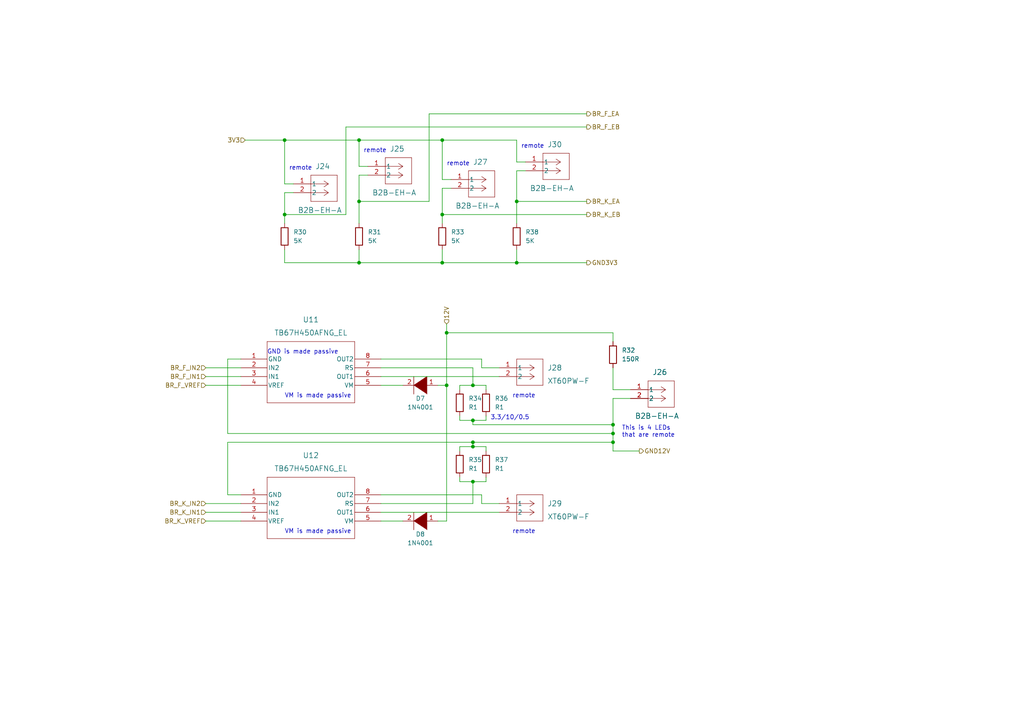
<source format=kicad_sch>
(kicad_sch (version 20211123) (generator eeschema)
  (paper "A4")
  (title_block (title "First pcb for quadruped robot v3") (date "2024-02-06") (rev "0") (company "By Andrey Shefa"))
  (lib_symbols
    (symbol "Device:R" (pin_numbers hide) (pin_names (offset 0))
      (property "Reference" "R" (at 2.032 0 90))
      (property "Value" "R" (at 0 0 90))
      (symbol "R_0_1"
        (rectangle (start -1.016 -2.54) (end 1.016 2.54) (stroke (width 0.254)))
      )
      (symbol "R_1_1"
        (pin passive line (at 0 3.81 270) (length 1.27) (name "~") (number "1"))
        (pin passive line (at 0 -3.81 90) (length 1.27) (name "~") (number "2"))
      )
    )
    (symbol "TB67H450AFNG_EL_1" (pin_names (offset 0.254))
      (property "Reference" "U2" (at 20.32 11.43 0))
      (property "Value" "TB67H450AFNG_EL" (at 20.32 7.62 0))
      (symbol "TB67H450AFNG_EL_1_0_1"
        (polyline (pts (xy 7.62 -12.7) (xy 33.02 -12.7)) (stroke (width 0.127)))
        (polyline (pts (xy 7.62 5.08) (xy 7.62 -12.7)) (stroke (width 0.127)))
        (polyline (pts (xy 33.02 -12.7) (xy 33.02 5.08)) (stroke (width 0.127)))
        (polyline (pts (xy 33.02 5.08) (xy 7.62 5.08)) (stroke (width 0.127)))
        (pin passive line (at 0 0 0) (length 7.62) (name "GND") (number "1"))
        (pin input line (at 0 -2.54 0) (length 7.62) (name "IN2") (number "2"))
        (pin input line (at 0 -5.08 0) (length 7.62) (name "IN1") (number "3"))
        (pin unspecified line (at 0 -7.62 0) (length 7.62) (name "VREF") (number "4"))
        (pin passive line (at 40.64 -7.62 180) (length 7.62) (name "VM") (number "5"))
        (pin output line (at 40.64 -5.08 180) (length 7.62) (name "OUT1") (number "6"))
        (pin unspecified line (at 40.64 -2.54 180) (length 7.62) (name "RS") (number "7"))
        (pin output line (at 40.64 0 180) (length 7.62) (name "OUT2") (number "8"))
      )
    )
    (symbol "library:B2B-EH-A_LFSN" (pin_names (offset 0.254))
      (property "Reference" "J" (at 8.89 6.35 0))
      (property "Value" "B2B-EH-A_LFSN" (at 0 0 0))
      (symbol "B2B-EH-A_LFSN_1_1"
        (polyline (pts (xy 5.08 -5.08) (xy 12.7 -5.08)) (stroke (width 0.127)))
        (polyline (pts (xy 5.08 2.54) (xy 5.08 -5.08)) (stroke (width 0.127)))
        (polyline (pts (xy 10.16 -2.54) (xy 5.08 -2.54)) (stroke (width 0.127)))
        (polyline (pts (xy 10.16 -2.54) (xy 8.89 -3.3867)) (stroke (width 0.127)))
        (polyline (pts (xy 10.16 -2.54) (xy 8.89 -1.6933)) (stroke (width 0.127)))
        (polyline (pts (xy 10.16 0) (xy 5.08 0)) (stroke (width 0.127)))
        (polyline (pts (xy 10.16 0) (xy 8.89 -0.8467)) (stroke (width 0.127)))
        (polyline (pts (xy 10.16 0) (xy 8.89 0.8467)) (stroke (width 0.127)))
        (polyline (pts (xy 12.7 -5.08) (xy 12.7 2.54)) (stroke (width 0.127)))
        (polyline (pts (xy 12.7 2.54) (xy 5.08 2.54)) (stroke (width 0.127)))
        (pin unspecified line (at 0 0 0) (length 5.08) (name "1") (number "1"))
        (pin unspecified line (at 0 -2.54 0) (length 5.08) (name "2") (number "2"))
      )
      (symbol "B2B-EH-A_LFSN_1_2"
        (polyline (pts (xy 5.08 -5.08) (xy 12.7 -5.08)) (stroke (width 0.127)))
        (polyline (pts (xy 5.08 2.54) (xy 5.08 -5.08)) (stroke (width 0.127)))
        (polyline (pts (xy 7.62 -2.54) (xy 5.08 -2.54)) (stroke (width 0.127)))
        (polyline (pts (xy 7.62 -2.54) (xy 8.89 -3.3867)) (stroke (width 0.127)))
        (polyline (pts (xy 7.62 -2.54) (xy 8.89 -1.6933)) (stroke (width 0.127)))
        (polyline (pts (xy 7.62 0) (xy 5.08 0)) (stroke (width 0.127)))
        (polyline (pts (xy 7.62 0) (xy 8.89 -0.8467)) (stroke (width 0.127)))
        (polyline (pts (xy 7.62 0) (xy 8.89 0.8467)) (stroke (width 0.127)))
        (polyline (pts (xy 12.7 -5.08) (xy 12.7 2.54)) (stroke (width 0.127)))
        (polyline (pts (xy 12.7 2.54) (xy 5.08 2.54)) (stroke (width 0.127)))
        (pin unspecified line (at 0 0 0) (length 5.08) (name "1") (number "1"))
        (pin unspecified line (at 0 -2.54 0) (length 5.08) (name "2") (number "2"))
      )
    )
    (symbol "library:TB67H450AFNG_EL" (pin_names (offset 0.254))
      (property "Reference" "U3" (at 20.32 11.43 0))
      (property "Value" "TB67H450AFNG_EL" (at 20.32 7.62 0))
      (symbol "TB67H450AFNG_EL_0_1"
        (polyline (pts (xy 7.62 -12.7) (xy 33.02 -12.7)) (stroke (width 0.127)))
        (polyline (pts (xy 7.62 5.08) (xy 7.62 -12.7)) (stroke (width 0.127)))
        (polyline (pts (xy 33.02 -12.7) (xy 33.02 5.08)) (stroke (width 0.127)))
        (polyline (pts (xy 33.02 5.08) (xy 7.62 5.08)) (stroke (width 0.127)))
        (pin power_out line (at 0 0 0) (length 7.62) (name "GND") (number "1"))
        (pin input line (at 0 -2.54 0) (length 7.62) (name "IN2") (number "2"))
        (pin input line (at 0 -5.08 0) (length 7.62) (name "IN1") (number "3"))
        (pin unspecified line (at 0 -7.62 0) (length 7.62) (name "VREF") (number "4"))
        (pin passive line (at 40.64 -7.62 180) (length 7.62) (name "VM") (number "5"))
        (pin output line (at 40.64 -5.08 180) (length 7.62) (name "OUT1") (number "6"))
        (pin unspecified line (at 40.64 -2.54 180) (length 7.62) (name "RS") (number "7"))
        (pin output line (at 40.64 0 180) (length 7.62) (name "OUT2") (number "8"))
      )
    )
    (symbol "library:XT60PW-F" (pin_names (offset 0.254))
      (property "Reference" "J" (at 8.89 6.35 0))
      (property "Value" "XT60PW-F" (at 0 0 0))
      (symbol "XT60PW-F_1_1"
        (polyline (pts (xy 5.08 -5.08) (xy 12.7 -5.08)) (stroke (width 0.127)))
        (polyline (pts (xy 5.08 2.54) (xy 5.08 -5.08)) (stroke (width 0.127)))
        (polyline (pts (xy 10.16 -2.54) (xy 5.08 -2.54)) (stroke (width 0.127)))
        (polyline (pts (xy 10.16 -2.54) (xy 8.89 -3.3867)) (stroke (width 0.127)))
        (polyline (pts (xy 10.16 -2.54) (xy 8.89 -1.6933)) (stroke (width 0.127)))
        (polyline (pts (xy 10.16 0) (xy 5.08 0)) (stroke (width 0.127)))
        (polyline (pts (xy 10.16 0) (xy 8.89 -0.8467)) (stroke (width 0.127)))
        (polyline (pts (xy 10.16 0) (xy 8.89 0.8467)) (stroke (width 0.127)))
        (polyline (pts (xy 12.7 -5.08) (xy 12.7 2.54)) (stroke (width 0.127)))
        (polyline (pts (xy 12.7 2.54) (xy 5.08 2.54)) (stroke (width 0.127)))
        (pin unspecified line (at 0 0 0) (length 5.08) (name "1") (number "1"))
        (pin unspecified line (at 0 -2.54 0) (length 5.08) (name "2") (number "2"))
      )
      (symbol "XT60PW-F_1_2"
        (polyline (pts (xy 5.08 -5.08) (xy 12.7 -5.08)) (stroke (width 0.127)))
        (polyline (pts (xy 5.08 2.54) (xy 5.08 -5.08)) (stroke (width 0.127)))
        (polyline (pts (xy 7.62 -2.54) (xy 5.08 -2.54)) (stroke (width 0.127)))
        (polyline (pts (xy 7.62 -2.54) (xy 8.89 -3.3867)) (stroke (width 0.127)))
        (polyline (pts (xy 7.62 -2.54) (xy 8.89 -1.6933)) (stroke (width 0.127)))
        (polyline (pts (xy 7.62 0) (xy 5.08 0)) (stroke (width 0.127)))
        (polyline (pts (xy 7.62 0) (xy 8.89 -0.8467)) (stroke (width 0.127)))
        (polyline (pts (xy 7.62 0) (xy 8.89 0.8467)) (stroke (width 0.127)))
        (polyline (pts (xy 12.7 -5.08) (xy 12.7 2.54)) (stroke (width 0.127)))
        (polyline (pts (xy 12.7 2.54) (xy 5.08 2.54)) (stroke (width 0.127)))
        (pin unspecified line (at 0 0 0) (length 5.08) (name "1") (number "1"))
        (pin unspecified line (at 0 -2.54 0) (length 5.08) (name "2") (number "2"))
      )
    )
    (symbol "pspice:DIODE" (pin_names (offset 1.016) hide)
      (property "Reference" "D" (at 0 3.81 0))
      (property "Value" "DIODE" (at 0 -4.445 0))
      (symbol "DIODE_0_1"
        (polyline (pts (xy 1.905 2.54) (xy 1.905 -2.54)))
        (polyline (pts (xy -1.905 2.54) (xy -1.905 -2.54) (xy 1.905 0)) (fill (type outline)))
      )
      (symbol "DIODE_1_1"
        (pin input line (at -5.08 0 0) (length 3.81) (name "K") (number "1"))
        (pin input line (at 5.08 0 180) (length 3.81) (name "A") (number "2"))
      )
    )
  )
  (junction (at 128.27 62.23))
  (junction (at 137.16 129.54))
  (junction (at 129.54 111.76))
  (junction (at 149.86 58.42))
  (junction (at 137.16 128.27))
  (junction (at 149.86 76.2))
  (junction (at 104.14 40.64))
  (junction (at 82.55 62.23))
  (junction (at 128.27 40.64))
  (junction (at 137.16 121.92))
  (junction (at 82.55 40.64))
  (junction (at 177.8 123.19))
  (junction (at 177.8 128.27))
  (junction (at 128.27 76.2))
  (junction (at 137.16 139.7))
  (junction (at 129.54 96.52))
  (junction (at 137.16 111.76))
  (junction (at 104.14 76.2))
  (junction (at 177.8 125.73))
  (junction (at 104.14 58.42))
  (wire (pts (xy 133.35 130.81) (xy 133.35 129.54)))
  (wire (pts (xy 66.04 143.51) (xy 66.04 128.27)))
  (wire (pts (xy 137.16 128.27) (xy 177.8 128.27)))
  (wire (pts (xy 110.49 111.76) (xy 116.84 111.76)))
  (wire (pts (xy 82.55 55.88) (xy 85.09 55.88)))
  (wire (pts (xy 128.27 62.23) (xy 128.27 64.77)))
  (wire (pts (xy 128.27 72.39) (xy 128.27 76.2)))
  (wire (pts (xy 59.69 109.22) (xy 69.85 109.22)))
  (wire (pts (xy 82.55 62.23) (xy 82.55 64.77)))
  (wire (pts (xy 104.14 50.8) (xy 104.14 58.42)))
  (wire (pts (xy 177.8 128.27) (xy 177.8 130.81)))
  (wire (pts (xy 66.04 128.27) (xy 137.16 128.27)))
  (wire (pts (xy 133.35 129.54) (xy 137.16 129.54)))
  (wire (pts (xy 82.55 40.64) (xy 82.55 53.34)))
  (wire (pts (xy 104.14 50.8) (xy 106.68 50.8)))
  (wire (pts (xy 71.12 40.64) (xy 82.55 40.64)))
  (wire (pts (xy 128.27 76.2) (xy 149.86 76.2)))
  (wire (pts (xy 133.35 138.43) (xy 133.35 139.7)))
  (wire (pts (xy 85.09 53.34) (xy 82.55 53.34)))
  (wire (pts (xy 59.69 111.76) (xy 69.85 111.76)))
  (wire (pts (xy 104.14 58.42) (xy 104.14 64.77)))
  (wire (pts (xy 177.8 115.57) (xy 177.8 123.19)))
  (wire (pts (xy 82.55 72.39) (xy 82.55 76.2)))
  (wire (pts (xy 139.7 106.68) (xy 139.7 104.14)))
  (wire (pts (xy 128.27 40.64) (xy 128.27 52.07)))
  (wire (pts (xy 149.86 58.42) (xy 170.18 58.42)))
  (wire (pts (xy 104.14 58.42) (xy 124.46 58.42)))
  (wire (pts (xy 133.35 111.76) (xy 137.16 111.76)))
  (wire (pts (xy 152.4 46.99) (xy 149.86 46.99)))
  (wire (pts (xy 104.14 72.39) (xy 104.14 76.2)))
  (wire (pts (xy 144.78 146.05) (xy 139.7 146.05)))
  (wire (pts (xy 177.8 130.81) (xy 185.42 130.81)))
  (wire (pts (xy 140.97 111.76) (xy 137.16 111.76)))
  (wire (pts (xy 59.69 146.05) (xy 69.85 146.05)))
  (wire (pts (xy 140.97 120.65) (xy 140.97 121.92)))
  (wire (pts (xy 140.97 129.54) (xy 137.16 129.54)))
  (wire (pts (xy 144.78 106.68) (xy 139.7 106.68)))
  (wire (pts (xy 110.49 146.05) (xy 137.16 146.05)))
  (wire (pts (xy 177.8 125.73) (xy 177.8 128.27)))
  (wire (pts (xy 137.16 139.7) (xy 137.16 146.05)))
  (wire (pts (xy 69.85 104.14) (xy 66.04 104.14)))
  (wire (pts (xy 127 111.76) (xy 129.54 111.76)))
  (wire (pts (xy 137.16 111.76) (xy 137.16 106.68)))
  (wire (pts (xy 100.33 62.23) (xy 100.33 36.83)))
  (wire (pts (xy 139.7 146.05) (xy 139.7 143.51)))
  (wire (pts (xy 59.69 148.59) (xy 69.85 148.59)))
  (wire (pts (xy 104.14 76.2) (xy 128.27 76.2)))
  (wire (pts (xy 110.49 151.13) (xy 116.84 151.13)))
  (wire (pts (xy 140.97 121.92) (xy 137.16 121.92)))
  (wire (pts (xy 100.33 36.83) (xy 170.18 36.83)))
  (wire (pts (xy 82.55 62.23) (xy 100.33 62.23)))
  (wire (pts (xy 140.97 113.03) (xy 140.97 111.76)))
  (wire (pts (xy 149.86 72.39) (xy 149.86 76.2)))
  (wire (pts (xy 149.86 40.64) (xy 149.86 46.99)))
  (wire (pts (xy 82.55 55.88) (xy 82.55 62.23)))
  (wire (pts (xy 177.8 113.03) (xy 182.88 113.03)))
  (wire (pts (xy 177.8 96.52) (xy 129.54 96.52)))
  (wire (pts (xy 177.8 99.06) (xy 177.8 96.52)))
  (wire (pts (xy 149.86 49.53) (xy 149.86 58.42)))
  (wire (pts (xy 110.49 109.22) (xy 144.78 109.22)))
  (wire (pts (xy 149.86 58.42) (xy 149.86 64.77)))
  (wire (pts (xy 69.85 143.51) (xy 66.04 143.51)))
  (wire (pts (xy 137.16 129.54) (xy 137.16 128.27)))
  (wire (pts (xy 129.54 96.52) (xy 129.54 111.76)))
  (wire (pts (xy 59.69 106.68) (xy 69.85 106.68)))
  (wire (pts (xy 133.35 113.03) (xy 133.35 111.76)))
  (wire (pts (xy 177.8 123.19) (xy 177.8 125.73)))
  (wire (pts (xy 140.97 130.81) (xy 140.97 129.54)))
  (wire (pts (xy 128.27 54.61) (xy 128.27 62.23)))
  (wire (pts (xy 124.46 58.42) (xy 124.46 33.02)))
  (wire (pts (xy 128.27 62.23) (xy 170.18 62.23)))
  (wire (pts (xy 137.16 123.19) (xy 177.8 123.19)))
  (wire (pts (xy 128.27 52.07) (xy 130.81 52.07)))
  (wire (pts (xy 133.35 121.92) (xy 137.16 121.92)))
  (wire (pts (xy 127 151.13) (xy 129.54 151.13)))
  (wire (pts (xy 66.04 104.14) (xy 66.04 125.73)))
  (wire (pts (xy 129.54 151.13) (xy 129.54 111.76)))
  (wire (pts (xy 177.8 106.68) (xy 177.8 113.03)))
  (wire (pts (xy 59.69 151.13) (xy 69.85 151.13)))
  (wire (pts (xy 137.16 121.92) (xy 137.16 123.19)))
  (wire (pts (xy 130.81 54.61) (xy 128.27 54.61)))
  (wire (pts (xy 149.86 76.2) (xy 170.18 76.2)))
  (wire (pts (xy 133.35 120.65) (xy 133.35 121.92)))
  (wire (pts (xy 140.97 139.7) (xy 137.16 139.7)))
  (wire (pts (xy 177.8 115.57) (xy 182.88 115.57)))
  (wire (pts (xy 106.68 48.26) (xy 104.14 48.26)))
  (wire (pts (xy 139.7 104.14) (xy 110.49 104.14)))
  (wire (pts (xy 133.35 139.7) (xy 137.16 139.7)))
  (wire (pts (xy 110.49 106.68) (xy 137.16 106.68)))
  (wire (pts (xy 129.54 93.98) (xy 129.54 96.52)))
  (wire (pts (xy 139.7 143.51) (xy 110.49 143.51)))
  (wire (pts (xy 82.55 40.64) (xy 104.14 40.64)))
  (wire (pts (xy 124.46 33.02) (xy 170.18 33.02)))
  (wire (pts (xy 66.04 125.73) (xy 177.8 125.73)))
  (wire (pts (xy 104.14 40.64) (xy 104.14 48.26)))
  (wire (pts (xy 128.27 40.64) (xy 149.86 40.64)))
  (wire (pts (xy 140.97 138.43) (xy 140.97 139.7)))
  (wire (pts (xy 149.86 49.53) (xy 152.4 49.53)))
  (wire (pts (xy 82.55 76.2) (xy 104.14 76.2)))
  (wire (pts (xy 110.49 148.59) (xy 144.78 148.59)))
  (wire (pts (xy 104.14 40.64) (xy 128.27 40.64)))
  (text "GND is made passive" (at 77.47 102.87 0) (effects (font (size 1.27 1.27)) (justify left bottom)))
  (text "remote\n" (at 83.82 49.53 0) (effects (font (size 1.27 1.27)) (justify left bottom)))
  (text "This is 4 LEDs \nthat are remote" (at 180.34 127 0) (effects (font (size 1.27 1.27)) (justify left bottom)))
  (text "VM is made passive" (at 82.55 154.94 0) (effects (font (size 1.27 1.27)) (justify left bottom)))
  (text "remote\n" (at 148.59 154.94 0) (effects (font (size 1.27 1.27)) (justify left bottom)))
  (text "3.3/10/0.5" (at 142.24 121.92 0) (effects (font (size 1.27 1.27)) (justify left bottom)))
  (text "remote\n" (at 105.41 44.45 0) (effects (font (size 1.27 1.27)) (justify left bottom)))
  (text "remote\n" (at 151.13 43.18 0) (effects (font (size 1.27 1.27)) (justify left bottom)))
  (text "VM is made passive" (at 82.55 115.57 0) (effects (font (size 1.27 1.27)) (justify left bottom)))
  (text "remote\n" (at 148.59 115.57 0) (effects (font (size 1.27 1.27)) (justify left bottom)))
  (text "remote\n" (at 129.54 48.26 0) (effects (font (size 1.27 1.27)) (justify left bottom)))
  (hierarchical_label "GND12V" (shape output) (at 185.42 130.81 0))
  (hierarchical_label "BR_F_IN1" (shape input) (at 59.69 109.22 180))
  (hierarchical_label "BR_K_IN2" (shape input) (at 59.69 146.05 180))
  (hierarchical_label "BR_F_VREF" (shape input) (at 59.69 111.76 180))
  (hierarchical_label "12V" (shape input) (at 129.54 93.98 90))
  (hierarchical_label "3V3" (shape input) (at 71.12 40.64 180))
  (hierarchical_label "BR_K_EB" (shape output) (at 170.18 62.23 0))
  (hierarchical_label "BR_K_IN1" (shape input) (at 59.69 148.59 180))
  (hierarchical_label "BR_K_EA" (shape output) (at 170.18 58.42 0))
  (hierarchical_label "BR_F_IN2" (shape input) (at 59.69 106.68 180))
  (hierarchical_label "BR_K_VREF" (shape input) (at 59.69 151.13 180))
  (hierarchical_label "GND3V3" (shape output) (at 170.18 76.2 0))
  (hierarchical_label "BR_F_EB" (shape output) (at 170.18 36.83 0))
  (hierarchical_label "BR_F_EA" (shape output) (at 170.18 33.02 0))
  (symbol (lib_id "Device:R") (at 149.86 68.58 0) (unit 1)
    (property "Reference" "R38" (at 152.4 67.3099 0) (effects (justify left)))
    (property "Value" "5K" (at 152.4 69.8499 0) (effects (justify left)))
    (property "Footprint" "Resistor_THT:R_Axial_DIN0207_L6.3mm_D2.5mm_P10.16mm_Horizontal" (effects hide))
  )
  (symbol (lib_id "Device:R") (at 104.14 68.58 0) (unit 1)
    (property "Reference" "R31" (at 106.68 67.3099 0) (effects (justify left)))
    (property "Value" "5K" (at 106.68 69.8499 0) (effects (justify left)))
    (property "Footprint" "Resistor_THT:R_Axial_DIN0207_L6.3mm_D2.5mm_P10.16mm_Horizontal" (effects hide))
  )
  (symbol (lib_id "library:B2B-EH-A_LFSN") (at 106.68 48.26 0) (unit 1)
    (property "Reference" "J25" (at 113.03 43.18 0) (effects (font (size 1.524 1.524)) (justify left)))
    (property "Value" "B2B-EH-A" (at 107.95 55.88 0) (effects (font (size 1.524 1.524)) (justify left)))
    (property "Footprint" "quadruped-lib-footprints:CONN_B2B-EH-A LFSN_JST" (effects hide))
    (property "Datasheet" "B2B-EH-A LFSN" (effects hide))
  )
  (symbol (lib_id "library:XT60PW-F") (at 144.78 146.05 0) (unit 1)
    (property "Reference" "J29" (at 158.75 146.05 0) (effects (font (size 1.524 1.524)) (justify left)))
    (property "Value" "XT60PW-F" (at 158.75 149.86 0) (effects (font (size 1.524 1.524)) (justify left)))
    (property "Footprint" "quadruped-lib-footprints:CONN_XT60PW-F_AMA" (effects hide))
    (property "Datasheet" "XT60PW-F" (effects hide))
  )
  (symbol (lib_id "library:B2B-EH-A_LFSN") (at 85.09 53.34 0) (unit 1)
    (property "Reference" "J24" (at 91.44 48.26 0) (effects (font (size 1.524 1.524)) (justify left)))
    (property "Value" "B2B-EH-A" (at 86.36 60.96 0) (effects (font (size 1.524 1.524)) (justify left)))
    (property "Footprint" "quadruped-lib-footprints:CONN_B2B-EH-A LFSN_JST" (effects hide))
    (property "Datasheet" "B2B-EH-A LFSN" (effects hide))
  )
  (symbol (lib_id "Device:R") (at 140.97 134.62 0) (unit 1)
    (property "Reference" "R37" (at 143.51 133.3499 0) (effects (justify left)))
    (property "Value" "R1" (at 143.51 135.8899 0) (effects (justify left)))
    (property "Footprint" "Resistor_THT:R_Axial_DIN0207_L6.3mm_D2.5mm_P10.16mm_Horizontal" (effects hide))
  )
  (symbol (lib_id "pspice:DIODE") (at 121.92 151.13 180) (unit 1)
    (property "Reference" "D8" (at 121.92 154.94 0))
    (property "Value" "1N4001" (at 121.92 157.48 0))
    (property "Footprint" "Diode_THT:D_DO-41_SOD81_P7.62mm_Horizontal" (effects hide))
  )
  (symbol (lib_id "library:B2B-EH-A_LFSN") (at 152.4 46.99 0) (unit 1)
    (property "Reference" "J30" (at 158.75 41.91 0) (effects (font (size 1.524 1.524)) (justify left)))
    (property "Value" "B2B-EH-A" (at 153.67 54.61 0) (effects (font (size 1.524 1.524)) (justify left)))
    (property "Footprint" "quadruped-lib-footprints:CONN_B2B-EH-A LFSN_JST" (effects hide))
    (property "Datasheet" "B2B-EH-A LFSN" (effects hide))
  )
  (symbol (lib_id "library:B2B-EH-A_LFSN") (at 130.81 52.07 0) (unit 1)
    (property "Reference" "J27" (at 137.16 46.99 0) (effects (font (size 1.524 1.524)) (justify left)))
    (property "Value" "B2B-EH-A" (at 132.08 59.69 0) (effects (font (size 1.524 1.524)) (justify left)))
    (property "Footprint" "quadruped-lib-footprints:CONN_B2B-EH-A LFSN_JST" (effects hide))
    (property "Datasheet" "B2B-EH-A LFSN" (effects hide))
  )
  (symbol (lib_name "TB67H450AFNG_EL_1") (lib_id "library:TB67H450AFNG_EL") (at 69.85 104.14 0) (unit 1)
    (property "Reference" "U11" (at 90.17 92.71 0) (effects (font (size 1.524 1.524))))
    (property "Value" "TB67H450AFNG_EL" (at 90.17 96.52 0) (effects (font (size 1.524 1.524))))
    (property "Footprint" "quadruped-lib-footprints:P-HSOP8-0405-1.27-002_TOS" (effects hide))
    (property "Datasheet" "TB67H450AFNG_EL" (effects hide))
  )
  (symbol (lib_id "Device:R") (at 177.8 102.87 180) (unit 1)
    (property "Reference" "R32" (at 180.34 101.5999 0) (effects (justify right)))
    (property "Value" "150R" (at 180.34 104.1399 0) (effects (justify right)))
    (property "Footprint" "Resistor_THT:R_Axial_DIN0207_L6.3mm_D2.5mm_P10.16mm_Horizontal" (effects hide))
  )
  (symbol (lib_id "Device:R") (at 133.35 116.84 0) (unit 1)
    (property "Reference" "R34" (at 135.89 115.5699 0) (effects (justify left)))
    (property "Value" "R1" (at 135.89 118.1099 0) (effects (justify left)))
    (property "Footprint" "Resistor_THT:R_Axial_DIN0207_L6.3mm_D2.5mm_P10.16mm_Horizontal" (effects hide))
  )
  (symbol (lib_id "Device:R") (at 128.27 68.58 0) (unit 1)
    (property "Reference" "R33" (at 130.81 67.3099 0) (effects (justify left)))
    (property "Value" "5K" (at 130.81 69.8499 0) (effects (justify left)))
    (property "Footprint" "Resistor_THT:R_Axial_DIN0207_L6.3mm_D2.5mm_P10.16mm_Horizontal" (effects hide))
  )
  (symbol (lib_id "library:TB67H450AFNG_EL") (at 69.85 143.51 0) (unit 1)
    (property "Reference" "U12" (at 90.17 132.08 0) (effects (font (size 1.524 1.524))))
    (property "Value" "TB67H450AFNG_EL" (at 90.17 135.89 0) (effects (font (size 1.524 1.524))))
    (property "Footprint" "quadruped-lib-footprints:P-HSOP8-0405-1.27-002_TOS" (effects hide))
    (property "Datasheet" "TB67H450AFNG_EL" (effects hide))
  )
  (symbol (lib_id "pspice:DIODE") (at 121.92 111.76 180) (unit 1)
    (property "Reference" "D7" (at 121.92 115.57 0))
    (property "Value" "1N4001" (at 121.92 118.11 0))
    (property "Footprint" "Diode_THT:D_DO-41_SOD81_P7.62mm_Horizontal" (effects hide))
  )
  (symbol (lib_id "library:XT60PW-F") (at 144.78 106.68 0) (unit 1)
    (property "Reference" "J28" (at 158.75 106.68 0) (effects (font (size 1.524 1.524)) (justify left)))
    (property "Value" "XT60PW-F" (at 158.75 110.49 0) (effects (font (size 1.524 1.524)) (justify left)))
    (property "Footprint" "quadruped-lib-footprints:CONN_XT60PW-F_AMA" (effects hide))
    (property "Datasheet" "XT60PW-F" (effects hide))
  )
  (symbol (lib_id "library:B2B-EH-A_LFSN") (at 182.88 113.03 0) (unit 1)
    (property "Reference" "J26" (at 189.23 107.95 0) (effects (font (size 1.524 1.524)) (justify left)))
    (property "Value" "B2B-EH-A" (at 184.15 120.65 0) (effects (font (size 1.524 1.524)) (justify left)))
    (property "Footprint" "quadruped-lib-footprints:CONN_B2B-EH-A LFSN_JST" (effects hide))
    (property "Datasheet" "B2B-EH-A LFSN" (effects hide))
  )
  (symbol (lib_id "Device:R") (at 82.55 68.58 0) (unit 1)
    (property "Reference" "R30" (at 85.09 67.3099 0) (effects (justify left)))
    (property "Value" "5K" (at 85.09 69.8499 0) (effects (justify left)))
    (property "Footprint" "Resistor_THT:R_Axial_DIN0207_L6.3mm_D2.5mm_P10.16mm_Horizontal" (effects hide))
  )
  (symbol (lib_id "Device:R") (at 133.35 134.62 0) (unit 1)
    (property "Reference" "R35" (at 135.89 133.3499 0) (effects (justify left)))
    (property "Value" "R1" (at 135.89 135.8899 0) (effects (justify left)))
    (property "Footprint" "Resistor_THT:R_Axial_DIN0207_L6.3mm_D2.5mm_P10.16mm_Horizontal" (effects hide))
  )
  (symbol (lib_id "Device:R") (at 140.97 116.84 0) (unit 1)
    (property "Reference" "R36" (at 143.51 115.5699 0) (effects (justify left)))
    (property "Value" "R1" (at 143.51 118.1099 0) (effects (justify left)))
    (property "Footprint" "Resistor_THT:R_Axial_DIN0207_L6.3mm_D2.5mm_P10.16mm_Horizontal" (effects hide))
  )
)
</source>
